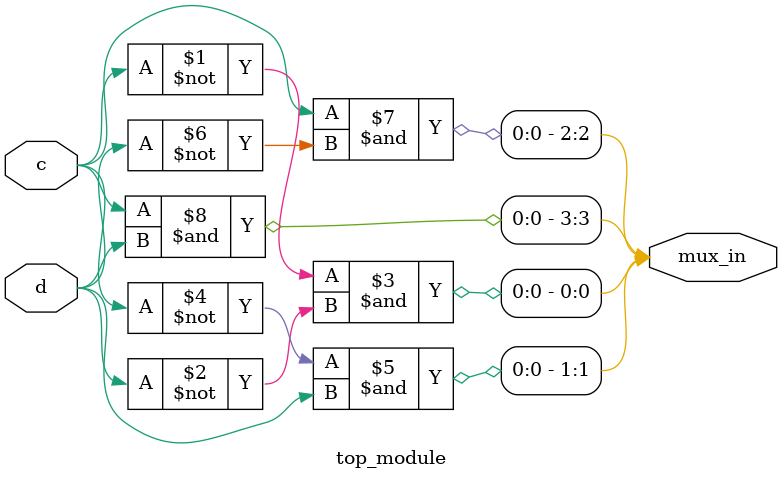
<source format=sv>
module top_module (
    input c,
    input d,
    output [3:0] mux_in
);

    assign mux_in[0] = ~c & ~d;
    assign mux_in[1] = ~c & d;
    assign mux_in[2] = c & ~d;
    assign mux_in[3] = c & d;

endmodule

</source>
